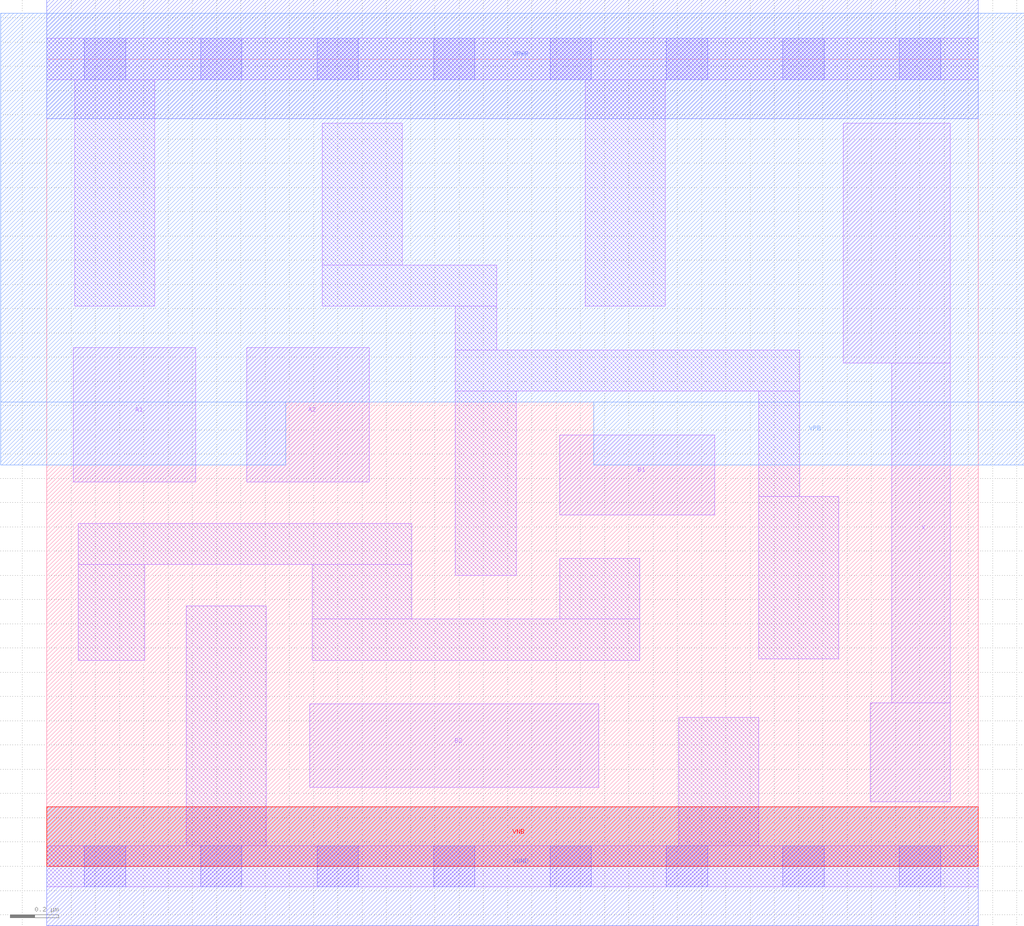
<source format=lef>
# Copyright 2020 The SkyWater PDK Authors
#
# Licensed under the Apache License, Version 2.0 (the "License");
# you may not use this file except in compliance with the License.
# You may obtain a copy of the License at
#
#     https://www.apache.org/licenses/LICENSE-2.0
#
# Unless required by applicable law or agreed to in writing, software
# distributed under the License is distributed on an "AS IS" BASIS,
# WITHOUT WARRANTIES OR CONDITIONS OF ANY KIND, either express or implied.
# See the License for the specific language governing permissions and
# limitations under the License.
#
# SPDX-License-Identifier: Apache-2.0

VERSION 5.7 ;
  NOWIREEXTENSIONATPIN ON ;
  DIVIDERCHAR "/" ;
  BUSBITCHARS "[]" ;
MACRO sky130_fd_sc_lp__o22a_lp
  CLASS CORE ;
  FOREIGN sky130_fd_sc_lp__o22a_lp ;
  ORIGIN  0.000000  0.000000 ;
  SIZE  3.840000 BY  3.330000 ;
  SYMMETRY X Y R90 ;
  SITE unit ;
  PIN A1
    ANTENNAGATEAREA  0.313000 ;
    DIRECTION INPUT ;
    USE SIGNAL ;
    PORT
      LAYER li1 ;
        RECT 0.110000 1.585000 0.615000 2.140000 ;
    END
  END A1
  PIN A2
    ANTENNAGATEAREA  0.313000 ;
    DIRECTION INPUT ;
    USE SIGNAL ;
    PORT
      LAYER li1 ;
        RECT 0.825000 1.585000 1.330000 2.140000 ;
    END
  END A2
  PIN B1
    ANTENNAGATEAREA  0.313000 ;
    DIRECTION INPUT ;
    USE SIGNAL ;
    PORT
      LAYER li1 ;
        RECT 2.115000 1.450000 2.755000 1.780000 ;
    END
  END B1
  PIN B2
    ANTENNAGATEAREA  0.313000 ;
    DIRECTION INPUT ;
    USE SIGNAL ;
    PORT
      LAYER li1 ;
        RECT 1.085000 0.325000 2.275000 0.670000 ;
    END
  END B2
  PIN X
    ANTENNADIFFAREA  0.404700 ;
    DIRECTION OUTPUT ;
    USE SIGNAL ;
    PORT
      LAYER li1 ;
        RECT 3.285000 2.075000 3.725000 3.065000 ;
        RECT 3.395000 0.265000 3.725000 0.675000 ;
        RECT 3.485000 0.675000 3.725000 2.075000 ;
    END
  END X
  PIN VGND
    DIRECTION INOUT ;
    USE GROUND ;
    PORT
      LAYER met1 ;
        RECT 0.000000 -0.245000 3.840000 0.245000 ;
    END
  END VGND
  PIN VNB
    DIRECTION INOUT ;
    USE GROUND ;
    PORT
      LAYER pwell ;
        RECT 0.000000 0.000000 3.840000 0.245000 ;
    END
  END VNB
  PIN VPB
    DIRECTION INOUT ;
    USE POWER ;
    PORT
      LAYER nwell ;
        RECT -0.190000 1.655000 0.985000 1.915000 ;
        RECT -0.190000 1.915000 4.030000 3.520000 ;
        RECT  2.255000 1.655000 4.030000 1.915000 ;
    END
  END VPB
  PIN VPWR
    DIRECTION INOUT ;
    USE POWER ;
    PORT
      LAYER met1 ;
        RECT 0.000000 3.085000 3.840000 3.575000 ;
    END
  END VPWR
  OBS
    LAYER li1 ;
      RECT 0.000000 -0.085000 3.840000 0.085000 ;
      RECT 0.000000  3.245000 3.840000 3.415000 ;
      RECT 0.115000  2.310000 0.445000 3.245000 ;
      RECT 0.130000  0.850000 0.405000 1.245000 ;
      RECT 0.130000  1.245000 1.505000 1.415000 ;
      RECT 0.575000  0.085000 0.905000 1.075000 ;
      RECT 1.095000  0.850000 2.445000 1.020000 ;
      RECT 1.095000  1.020000 1.505000 1.245000 ;
      RECT 1.135000  2.310000 1.855000 2.480000 ;
      RECT 1.135000  2.480000 1.465000 3.065000 ;
      RECT 1.685000  1.200000 1.935000 1.960000 ;
      RECT 1.685000  1.960000 3.105000 2.130000 ;
      RECT 1.685000  2.130000 1.855000 2.310000 ;
      RECT 2.115000  1.020000 2.445000 1.270000 ;
      RECT 2.220000  2.310000 2.550000 3.245000 ;
      RECT 2.605000  0.085000 2.935000 0.615000 ;
      RECT 2.935000  0.855000 3.265000 1.525000 ;
      RECT 2.935000  1.525000 3.105000 1.960000 ;
    LAYER mcon ;
      RECT 0.155000 -0.085000 0.325000 0.085000 ;
      RECT 0.155000  3.245000 0.325000 3.415000 ;
      RECT 0.635000 -0.085000 0.805000 0.085000 ;
      RECT 0.635000  3.245000 0.805000 3.415000 ;
      RECT 1.115000 -0.085000 1.285000 0.085000 ;
      RECT 1.115000  3.245000 1.285000 3.415000 ;
      RECT 1.595000 -0.085000 1.765000 0.085000 ;
      RECT 1.595000  3.245000 1.765000 3.415000 ;
      RECT 2.075000 -0.085000 2.245000 0.085000 ;
      RECT 2.075000  3.245000 2.245000 3.415000 ;
      RECT 2.555000 -0.085000 2.725000 0.085000 ;
      RECT 2.555000  3.245000 2.725000 3.415000 ;
      RECT 3.035000 -0.085000 3.205000 0.085000 ;
      RECT 3.035000  3.245000 3.205000 3.415000 ;
      RECT 3.515000 -0.085000 3.685000 0.085000 ;
      RECT 3.515000  3.245000 3.685000 3.415000 ;
  END
END sky130_fd_sc_lp__o22a_lp
END LIBRARY

</source>
